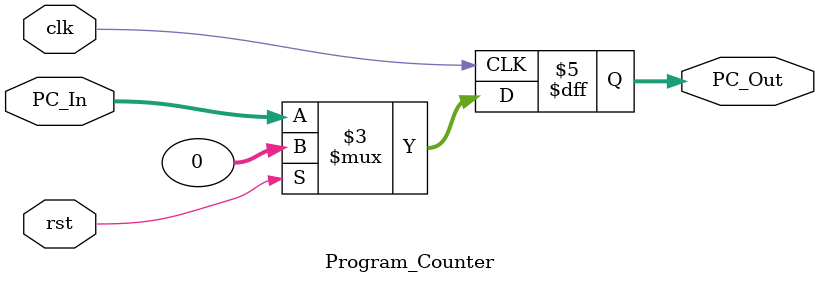
<source format=v>
module Program_Counter (clk , rst , PC_In , PC_Out);
input clk , rst;
input [31:0] PC_In;
output reg [31:0] PC_Out;
always @(posedge clk) begin
if (rst)
PC_Out <= 0;
else
PC_Out <= PC_In;
end
endmodule 


</source>
